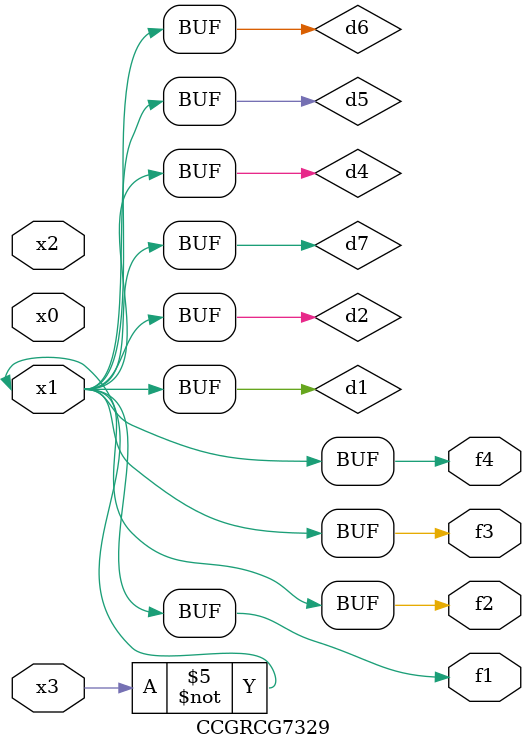
<source format=v>
module CCGRCG7329(
	input x0, x1, x2, x3,
	output f1, f2, f3, f4
);

	wire d1, d2, d3, d4, d5, d6, d7;

	not (d1, x3);
	buf (d2, x1);
	xnor (d3, d1, d2);
	nor (d4, d1);
	buf (d5, d1, d2);
	buf (d6, d4, d5);
	nand (d7, d4);
	assign f1 = d6;
	assign f2 = d7;
	assign f3 = d6;
	assign f4 = d6;
endmodule

</source>
